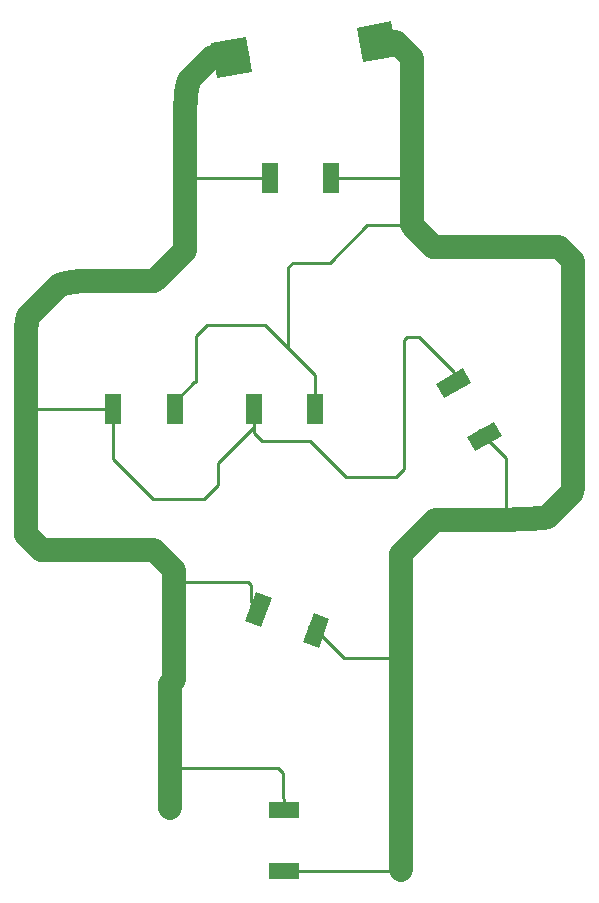
<source format=gbl>
G04 #@! TF.GenerationSoftware,KiCad,Pcbnew,5.1.2*
G04 #@! TF.CreationDate,2019-08-23T20:26:15-07:00*
G04 #@! TF.ProjectId,east-van,65617374-2d76-4616-9e2e-6b696361645f,rev?*
G04 #@! TF.SameCoordinates,PX50f5190PY28b17b0*
G04 #@! TF.FileFunction,Copper,L2,Bot*
G04 #@! TF.FilePolarity,Positive*
%FSLAX46Y46*%
G04 Gerber Fmt 4.6, Leading zero omitted, Abs format (unit mm)*
G04 Created by KiCad (PCBNEW 5.1.2) date 2019-08-23 20:26:15*
%MOMM*%
%LPD*%
G04 APERTURE LIST*
%ADD10C,1.400000*%
%ADD11C,0.100000*%
%ADD12R,2.600000X1.400000*%
%ADD13R,1.400000X2.600000*%
%ADD14C,3.000000*%
%ADD15C,2.000000*%
%ADD16C,0.250000*%
G04 APERTURE END LIST*
D10*
X40930000Y-35591666D03*
D11*
G36*
X41705833Y-34335448D02*
G01*
X42405833Y-35547884D01*
X40154167Y-36847884D01*
X39454167Y-35635448D01*
X41705833Y-34335448D01*
X41705833Y-34335448D01*
G37*
D10*
X38330000Y-31088334D03*
D11*
G36*
X39105833Y-29832116D02*
G01*
X39805833Y-31044552D01*
X37554167Y-32344552D01*
X36854167Y-31132116D01*
X39105833Y-29832116D01*
X39105833Y-29832116D01*
G37*
D12*
X23990000Y-72410000D03*
X23990000Y-67210000D03*
D13*
X14700000Y-33250000D03*
X9500000Y-33250000D03*
X26600000Y-33280000D03*
X21400000Y-33280000D03*
D10*
X26693201Y-52019252D03*
D11*
G36*
X26480042Y-50558237D02*
G01*
X27795612Y-51037066D01*
X26906360Y-53480267D01*
X25590790Y-53001438D01*
X26480042Y-50558237D01*
X26480042Y-50558237D01*
G37*
D10*
X21806799Y-50240748D03*
D11*
G36*
X21593640Y-48779733D02*
G01*
X22909210Y-49258562D01*
X22019958Y-51701763D01*
X20704388Y-51222934D01*
X21593640Y-48779733D01*
X21593640Y-48779733D01*
G37*
D13*
X27960000Y-13720000D03*
X22760000Y-13720000D03*
D14*
X31850000Y-2200000D03*
D11*
G36*
X30633261Y-3937684D02*
G01*
X30112316Y-983261D01*
X33066739Y-462316D01*
X33587684Y-3416739D01*
X30633261Y-3937684D01*
X30633261Y-3937684D01*
G37*
D14*
X19530000Y-3510000D03*
D11*
G36*
X18313261Y-5247684D02*
G01*
X17792316Y-2293261D01*
X20746739Y-1772316D01*
X21267684Y-4726739D01*
X18313261Y-5247684D01*
X18313261Y-5247684D01*
G37*
D15*
X33473139Y-2200000D02*
X34790000Y-3516861D01*
X31850000Y-2200000D02*
X33473139Y-2200000D01*
X34790000Y-3516861D02*
X34790000Y-17730000D01*
X36602467Y-19542466D02*
X47272466Y-19542466D01*
X34790000Y-17730000D02*
X36602467Y-19542466D01*
X47272466Y-19542466D02*
X48470000Y-20740000D01*
X48306655Y-40398603D02*
X48297762Y-40422240D01*
X48338238Y-40304502D02*
X48323361Y-40350820D01*
X48365372Y-40206767D02*
X48352632Y-40255173D01*
X48389291Y-40099716D02*
X48377577Y-40155149D01*
X48352632Y-40255173D02*
X48338238Y-40304502D01*
X48377577Y-40155149D02*
X48365372Y-40206767D01*
X48454998Y-39607788D02*
X48447431Y-39687624D01*
X48447431Y-39687624D02*
X48439279Y-39764714D01*
X48470000Y-20740000D02*
X48470000Y-39419252D01*
X48462113Y-39524158D02*
X48454998Y-39607788D01*
X48439279Y-39764714D02*
X48430410Y-39839636D01*
X48400459Y-40040429D02*
X48389291Y-40099716D01*
X48470000Y-39419252D02*
X48468594Y-39439549D01*
X48430410Y-39839636D02*
X48420830Y-39911698D01*
X48323361Y-40350820D02*
X48306655Y-40398603D01*
X48420830Y-39911698D02*
X48410923Y-39978022D01*
X48468594Y-39439549D02*
X48462113Y-39524158D01*
X48410923Y-39978022D02*
X48400459Y-40040429D01*
X43134749Y-42642196D02*
X43031015Y-42645660D01*
X43240945Y-42638590D02*
X43134749Y-42642196D01*
X43442322Y-42631558D02*
X43341527Y-42635110D01*
X43635305Y-42624546D02*
X43539825Y-42628052D01*
X43744346Y-42620445D02*
X43635305Y-42624546D01*
X43031015Y-42645660D02*
X42921052Y-42649275D01*
X43958575Y-42612036D02*
X43851052Y-42616317D01*
X44055846Y-42608044D02*
X43958575Y-42612036D01*
X44357556Y-42594808D02*
X44261074Y-42599196D01*
X44561473Y-42584958D02*
X44460439Y-42589944D01*
X43851052Y-42616317D02*
X43744346Y-42620445D01*
X45740463Y-42498493D02*
X45651898Y-42508032D01*
X45127308Y-42551889D02*
X45037967Y-42557837D01*
X44460439Y-42589944D02*
X44357556Y-42594808D01*
X45895044Y-42479627D02*
X45818670Y-42489339D01*
X45818670Y-42489339D02*
X45740463Y-42498493D01*
X46042029Y-42458336D02*
X45969533Y-42469310D01*
X45969533Y-42469310D02*
X45895044Y-42479627D01*
X46109867Y-42447096D02*
X46042029Y-42458336D01*
X46314316Y-42405686D02*
X46298026Y-42409598D01*
X44750934Y-42574968D02*
X44656622Y-42580055D01*
X45651898Y-42508032D02*
X45565744Y-42516581D01*
X44261074Y-42599196D02*
X44160633Y-42603602D01*
X46176067Y-42435074D02*
X46109867Y-42447096D01*
X45565744Y-42516581D02*
X45478848Y-42524569D01*
X45478848Y-42524569D02*
X45391429Y-42532048D01*
X44160633Y-42603602D02*
X44055846Y-42608044D01*
X45391429Y-42532048D02*
X45304819Y-42538973D01*
X46298026Y-42409598D02*
X46239263Y-42422467D01*
X45304819Y-42538973D02*
X45215240Y-42545688D01*
X43341527Y-42635110D02*
X43240945Y-42638590D01*
X44846490Y-42569565D02*
X44750934Y-42574968D01*
X45215240Y-42545688D02*
X45127308Y-42551889D01*
X42921052Y-42649275D02*
X42898651Y-42650000D01*
X43539825Y-42628052D02*
X43442322Y-42631558D01*
X46239263Y-42422467D02*
X46176067Y-42435074D01*
X45037967Y-42557837D02*
X44942414Y-42563851D01*
X48297762Y-40422240D02*
X46314316Y-42405686D01*
X44656622Y-42580055D02*
X44561473Y-42584958D01*
X44942414Y-42563851D02*
X44846490Y-42569565D01*
X36716255Y-42650000D02*
X33850000Y-45516255D01*
X42898651Y-42650000D02*
X36716255Y-42650000D01*
X33850000Y-45516255D02*
X33850000Y-72280000D01*
D16*
X27960000Y-13720000D02*
X34860000Y-13720000D01*
X40930000Y-35591666D02*
X42750000Y-37411666D01*
X42750000Y-37411666D02*
X42750000Y-42680000D01*
X26693201Y-52019252D02*
X29023949Y-54350000D01*
X29023949Y-54350000D02*
X33820000Y-54350000D01*
X23990000Y-72410000D02*
X33770000Y-72410000D01*
X33770000Y-72410000D02*
X33850000Y-72330000D01*
X14700000Y-32650000D02*
X14700000Y-33250000D01*
X16480000Y-30980000D02*
X16370000Y-30980000D01*
X26600000Y-33280000D02*
X26600000Y-30400000D01*
X16370000Y-30980000D02*
X14700000Y-32650000D01*
X26600000Y-30400000D02*
X22330000Y-26130000D01*
X16480000Y-27130000D02*
X16480000Y-30980000D01*
X22330000Y-26130000D02*
X17480000Y-26130000D01*
X17480000Y-26130000D02*
X16480000Y-27130000D01*
X34790000Y-17730000D02*
X31000000Y-17730000D01*
X31000000Y-17730000D02*
X27850000Y-20880000D01*
X27850000Y-20880000D02*
X24730000Y-20880000D01*
X24730000Y-20880000D02*
X24330000Y-21280000D01*
X24330000Y-21280000D02*
X24330000Y-28110000D01*
D15*
X15579005Y-8541016D02*
X15575533Y-8640696D01*
X15594029Y-8141535D02*
X15590102Y-8241039D01*
X15606941Y-7837579D02*
X15602612Y-7935632D01*
X15611230Y-7744211D02*
X15606941Y-7837579D01*
X15615949Y-7645625D02*
X15611230Y-7744211D01*
X15625791Y-7453555D02*
X15620667Y-7551339D01*
X15630921Y-7360333D02*
X15625791Y-7453555D01*
X15590102Y-8241039D02*
X15586345Y-8339490D01*
X15620667Y-7551339D02*
X15615949Y-7645625D01*
X15642086Y-7172663D02*
X15636500Y-7264008D01*
X15572199Y-8739116D02*
X15570000Y-8805827D01*
X15654424Y-6987885D02*
X15648107Y-7079660D01*
X15819998Y-5873315D02*
X15800272Y-5942302D01*
X15708491Y-6403907D02*
X15699242Y-6481763D01*
X15675128Y-6724880D02*
X15667902Y-6810442D01*
X15667902Y-6810442D02*
X15660999Y-6898289D01*
X15839524Y-5807976D02*
X15819998Y-5873315D01*
X15759906Y-6095207D02*
X15749024Y-6145165D01*
X15682681Y-6642016D02*
X15675128Y-6724880D01*
X15859417Y-5744151D02*
X15839524Y-5807976D01*
X15749024Y-6145165D02*
X15738277Y-6201927D01*
X15901529Y-5617132D02*
X15879368Y-5682687D01*
X15586345Y-8339490D02*
X15582845Y-8434014D01*
X15598370Y-8035419D02*
X15594029Y-8141535D01*
X15636500Y-7264008D02*
X15630921Y-7360333D01*
X19530000Y-3510000D02*
X17906861Y-3510000D01*
X15800272Y-5942302D02*
X15781973Y-6009274D01*
X15946602Y-5491645D02*
X15923247Y-5555429D01*
X15879368Y-5682687D02*
X15859417Y-5744151D01*
X17906861Y-3510000D02*
X15959735Y-5457126D01*
X15959735Y-5457126D02*
X15946602Y-5491645D01*
X15648107Y-7079660D02*
X15642086Y-7172663D01*
X15727988Y-6263901D02*
X15717968Y-6331977D01*
X15602612Y-7935632D02*
X15598370Y-8035419D01*
X15781973Y-6009274D02*
X15765330Y-6073017D01*
X15660999Y-6898289D02*
X15654424Y-6987885D01*
X15765330Y-6073017D02*
X15759906Y-6095207D01*
X15738277Y-6201927D02*
X15727988Y-6263901D01*
X15582845Y-8434014D02*
X15579005Y-8541016D01*
X15717968Y-6331977D02*
X15708491Y-6403907D01*
X15575533Y-8640696D02*
X15572199Y-8739116D01*
X15699242Y-6481763D02*
X15690735Y-6560563D01*
X15923247Y-5555429D02*
X15901529Y-5617132D01*
X15690735Y-6560563D02*
X15682681Y-6642016D01*
X15570000Y-19883236D02*
X12993236Y-22460000D01*
X15570000Y-8805827D02*
X15570000Y-19883236D01*
X4915400Y-22804442D02*
X4898398Y-22811609D01*
X4963461Y-22785133D02*
X4915400Y-22804442D01*
X5009362Y-22767950D02*
X4963461Y-22785133D01*
X5060841Y-22749983D02*
X5009362Y-22767950D01*
X6103521Y-22525511D02*
X6020456Y-22537956D01*
X5171555Y-22715128D02*
X5113126Y-22732940D01*
X6183883Y-22513996D02*
X6103521Y-22525511D01*
X6519692Y-22470623D02*
X6434009Y-22481034D01*
X6350845Y-22491548D02*
X6268361Y-22502402D01*
X6020456Y-22537956D02*
X5940186Y-22550556D01*
X5113126Y-22732940D02*
X5060841Y-22749983D01*
X12993236Y-22460000D02*
X6610754Y-22460000D01*
X5495041Y-22633522D02*
X5425424Y-22649123D01*
X6604309Y-22460726D02*
X6519692Y-22470623D01*
X6610754Y-22460000D02*
X6604309Y-22460726D01*
X5564615Y-22618771D02*
X5495041Y-22633522D01*
X6434009Y-22481034D02*
X6350845Y-22491548D01*
X5710678Y-22590178D02*
X5635856Y-22604449D01*
X5862667Y-22563301D02*
X5786033Y-22576522D01*
X6268361Y-22502402D02*
X6183883Y-22513996D01*
X5295522Y-22680877D02*
X5233280Y-22697525D01*
X5786033Y-22576522D02*
X5710678Y-22590178D01*
X5940186Y-22550556D02*
X5862667Y-22563301D01*
X5635856Y-22604449D02*
X5564615Y-22618771D01*
X5359021Y-22664889D02*
X5295522Y-22680877D01*
X5425424Y-22649123D02*
X5359021Y-22664889D01*
X5233280Y-22697525D02*
X5171555Y-22715128D01*
X2143004Y-26453029D02*
X2136374Y-26540818D01*
X2130159Y-26630492D02*
X2130000Y-26632969D01*
X2173929Y-26127738D02*
X2165512Y-26204712D01*
X2165512Y-26204712D02*
X2157430Y-26286082D01*
X2214102Y-25843149D02*
X2203232Y-25909012D01*
X2183022Y-26052415D02*
X2173929Y-26127738D01*
X2192984Y-25977982D02*
X2183022Y-26052415D01*
X4898398Y-22811609D02*
X2347742Y-25362265D01*
X2225551Y-25780744D02*
X2214102Y-25843149D01*
X2203232Y-25909012D02*
X2192984Y-25977982D01*
X2292144Y-25514746D02*
X2277172Y-25563844D01*
X2342640Y-25374630D02*
X2324791Y-25420692D01*
X2347742Y-25362265D02*
X2342640Y-25374630D01*
X2150068Y-26367510D02*
X2143004Y-26453029D01*
X2307788Y-25467792D02*
X2292144Y-25514746D01*
X2277172Y-25563844D02*
X2263596Y-25612772D01*
X2324791Y-25420692D02*
X2307788Y-25467792D01*
X2263596Y-25612772D02*
X2250589Y-25664452D01*
X2157430Y-26286082D02*
X2150068Y-26367510D01*
X2237558Y-25721881D02*
X2225551Y-25780744D01*
X2136374Y-26540818D02*
X2130159Y-26630492D01*
X2250589Y-25664452D02*
X2237558Y-25721881D01*
X2130000Y-26632969D02*
X2130000Y-43883134D01*
X3378682Y-45178682D02*
X3396669Y-45188083D01*
X2179028Y-43979028D02*
X3378682Y-45178682D01*
X2178401Y-43977872D02*
X2179028Y-43979028D01*
X2130000Y-43883134D02*
X2153146Y-43929389D01*
X2153146Y-43929389D02*
X2178401Y-43977872D01*
X3396669Y-45188083D02*
X3420464Y-45200000D01*
X3420464Y-45200000D02*
X12990000Y-45200000D01*
X12990000Y-45200000D02*
X14660000Y-46870000D01*
X14660000Y-46870000D02*
X14660000Y-56260000D01*
X14660000Y-56260000D02*
X14341035Y-56578965D01*
X14341035Y-56578965D02*
X14341035Y-67078965D01*
D16*
X22760000Y-13720000D02*
X15670000Y-13720000D01*
X15670000Y-13720000D02*
X15650000Y-13740000D01*
X9500000Y-33250000D02*
X2200000Y-33250000D01*
X33480000Y-39040000D02*
X29180000Y-39040000D01*
X34130000Y-38390000D02*
X33480000Y-39040000D01*
X21400000Y-35310000D02*
X21400000Y-33280000D01*
X29180000Y-39040000D02*
X26150000Y-36010000D01*
X38330000Y-30180044D02*
X35359956Y-27210000D01*
X22100000Y-36010000D02*
X21400000Y-35310000D01*
X35359956Y-27210000D02*
X34370000Y-27210000D01*
X34130000Y-27450000D02*
X34130000Y-38390000D01*
X26150000Y-36010000D02*
X22100000Y-36010000D01*
X38330000Y-31088334D02*
X38330000Y-30180044D01*
X34370000Y-27210000D02*
X34130000Y-27450000D01*
X21189945Y-49623894D02*
X21189945Y-48159945D01*
X21806799Y-50240748D02*
X21189945Y-49623894D01*
X21189945Y-48159945D02*
X20950000Y-47920000D01*
X20950000Y-47920000D02*
X14620000Y-47920000D01*
X23990000Y-66260000D02*
X23910000Y-66180000D01*
X23990000Y-67210000D02*
X23990000Y-66260000D01*
X23910000Y-66180000D02*
X23910000Y-64110000D01*
X23910000Y-64110000D02*
X23890000Y-64110000D01*
X23890000Y-64110000D02*
X23470000Y-63690000D01*
X23470000Y-63690000D02*
X14350000Y-63690000D01*
X21400000Y-34830000D02*
X18360000Y-37870000D01*
X21400000Y-33280000D02*
X21400000Y-34830000D01*
X18360000Y-37870000D02*
X18360000Y-39740000D01*
X18360000Y-39740000D02*
X17190000Y-40910000D01*
X17190000Y-40910000D02*
X12870000Y-40910000D01*
X9500000Y-37540000D02*
X9500000Y-33250000D01*
X12870000Y-40910000D02*
X9500000Y-37540000D01*
M02*

</source>
